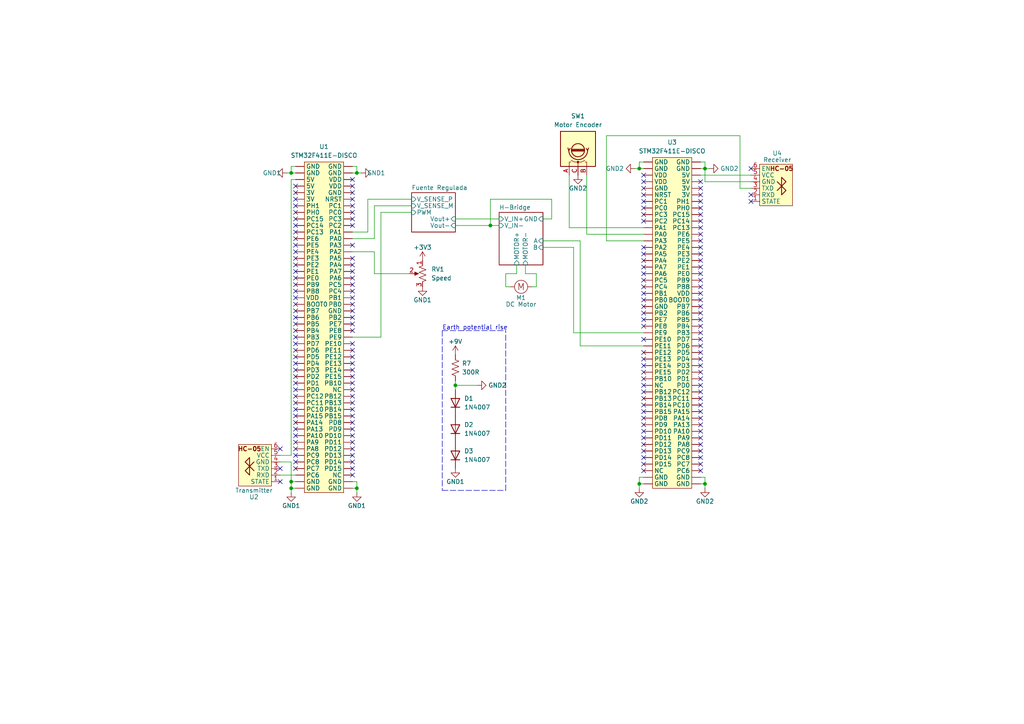
<source format=kicad_sch>
(kicad_sch (version 20230121) (generator eeschema)
  (paper "A4")
  (title_block (title "Robot Precursor") (date "2024-01-11") (rev "v1.0") (company "Grupo 33 - Sistemas Electrónicos Digitales") (comment 1 "Adrián Teixeira de Uña") (comment 2 "Bogurad Barañski Barañska") (comment 3 "Juan Nicolás Jiménez Pérez"))
  (lib_symbols
    (symbol "Device:R_Potentiometer_US" (pin_names (offset 1.016) hide)
      (property "Reference" "RV" (at -4.445 0 90))
      (property "Value" "R_Potentiometer_US" (at -2.54 0 90))
      (symbol "R_Potentiometer_US_0_1"
        (polyline (pts (xy 0 -2.286) (xy 0 -2.54)))
        (polyline (pts (xy 0 2.54) (xy 0 2.286)))
        (polyline (pts (xy 2.54 0) (xy 1.524 0)))
        (polyline (pts (xy 1.143 0) (xy 2.286 0.508) (xy 2.286 -0.508) (xy 1.143 0)) (fill (type outline)))
        (polyline (pts (xy 0 -0.762) (xy 1.016 -1.143) (xy 0 -1.524) (xy -1.016 -1.905) (xy 0 -2.286)))
        (polyline (pts (xy 0 0.762) (xy 1.016 0.381) (xy 0 0) (xy -1.016 -0.381) (xy 0 -0.762)))
        (polyline (pts (xy 0 2.286) (xy 1.016 1.905) (xy 0 1.524) (xy -1.016 1.143) (xy 0 0.762)))
      )
      (symbol "R_Potentiometer_US_1_1"
        (pin passive line (at 0 3.81 270) (length 1.27) (name "1") (number "1"))
        (pin passive line (at 3.81 0 180) (length 1.27) (name "2") (number "2"))
        (pin passive line (at 0 -3.81 90) (length 1.27) (name "3") (number "3"))
      )
    )
    (symbol "Device:R_US" (pin_numbers hide) (pin_names (offset 0))
      (property "Reference" "R" (at 2.54 0 90))
      (property "Value" "R_US" (at -2.54 0 90))
      (symbol "R_US_0_1"
        (polyline (pts (xy 0 -2.286) (xy 0 -2.54)))
        (polyline (pts (xy 0 2.286) (xy 0 2.54)))
        (polyline (pts (xy 0 -0.762) (xy 1.016 -1.143) (xy 0 -1.524) (xy -1.016 -1.905) (xy 0 -2.286)))
        (polyline (pts (xy 0 0.762) (xy 1.016 0.381) (xy 0 0) (xy -1.016 -0.381) (xy 0 -0.762)))
        (polyline (pts (xy 0 2.286) (xy 1.016 1.905) (xy 0 1.524) (xy -1.016 1.143) (xy 0 0.762)))
      )
      (symbol "R_US_1_1"
        (pin passive line (at 0 3.81 270) (length 1.27) (name "~") (number "1"))
        (pin passive line (at 0 -3.81 90) (length 1.27) (name "~") (number "2"))
      )
    )
    (symbol "Device:RotaryEncoder" (pin_names (offset 0.254) hide)
      (property "Reference" "SW" (at 0 6.604 0))
      (property "Value" "RotaryEncoder" (at 0 -6.604 0))
      (symbol "RotaryEncoder_0_1"
        (rectangle (start -5.08 5.08) (end 5.08 -5.08) (stroke (width 0.254)) (fill (type background)))
        (circle (center -3.81 0) (radius 0.254) (fill (type outline)))
        (circle (center -0.381 0) (radius 1.905) (stroke (width 0.254)))
        (arc (start -0.381 2.667) (mid -3.0988 -0.0635) (end -0.381 -2.794) (stroke (width 0.254)))
        (polyline (pts (xy -0.635 -1.778) (xy -0.635 1.778)) (stroke (width 0.254)))
        (polyline (pts (xy -0.381 -1.778) (xy -0.381 1.778)) (stroke (width 0.254)))
        (polyline (pts (xy -0.127 1.778) (xy -0.127 -1.778)) (stroke (width 0.254)))
        (polyline (pts (xy -5.08 -2.54) (xy -3.81 -2.54) (xy -3.81 -2.032)))
        (polyline (pts (xy -5.08 2.54) (xy -3.81 2.54) (xy -3.81 2.032)))
        (polyline (pts (xy 0.254 -3.048) (xy -0.508 -2.794) (xy 0.127 -2.413)) (stroke (width 0.254)))
        (polyline (pts (xy 0.254 2.921) (xy -0.508 2.667) (xy 0.127 2.286)) (stroke (width 0.254)))
        (polyline (pts (xy -5.08 0) (xy -3.81 0) (xy -3.81 -1.016) (xy -3.302 -2.032)))
        (polyline (pts (xy -4.318 0) (xy -3.81 0) (xy -3.81 1.016) (xy -3.302 2.032)))
      )
      (symbol "RotaryEncoder_1_1"
        (pin passive line (at -7.62 2.54 0) (length 2.54) (name "A") (number "A"))
        (pin passive line (at -7.62 -2.54 0) (length 2.54) (name "B") (number "B"))
        (pin passive line (at -7.62 0 0) (length 2.54) (name "C") (number "C"))
      )
    )
    (symbol "Diode:1N4007" (pin_numbers hide) (pin_names hide)
      (property "Reference" "D" (at 0 2.54 0))
      (property "Value" "1N4007" (at 0 -2.54 0))
      (symbol "1N4007_0_1"
        (polyline (pts (xy -1.27 1.27) (xy -1.27 -1.27)) (stroke (width 0.254)))
        (polyline (pts (xy 1.27 0) (xy -1.27 0)))
        (polyline (pts (xy 1.27 1.27) (xy 1.27 -1.27) (xy -1.27 0) (xy 1.27 1.27)) (stroke (width 0.254)))
      )
      (symbol "1N4007_1_1"
        (pin passive line (at -3.81 0 0) (length 2.54) (name "K") (number "1"))
        (pin passive line (at 3.81 0 180) (length 2.54) (name "A") (number "2"))
      )
    )
    (symbol "generic:DC_Motor_h"
      (property "Reference" "M" (at 0 0 0))
      (symbol "DC_Motor_h_0_0"
        (circle (center 0 -3.175) (radius 1.905) (stroke (width 0.1524)))
      )
      (symbol "DC_Motor_h_1_0"
        (text "M" (at 0 -3.175 0) (effects (font (size 1.905 1.905))))
      )
      (symbol "DC_Motor_h_1_1"
        (pin unspecified line (at -3.175 -3.175 0) (length 1.27) (name "") (number ""))
        (pin unspecified line (at 3.175 -3.175 180) (length 1.27) (name "") (number ""))
      )
    )
    (symbol "generic:HC-05"
      (property "Reference" "U" (at 0 3.175 0))
      (symbol "HC-05_1_1"
        (rectangle (start -5.08 0.635) (end 4.445 -11.43) (fill (type background)))
        (polyline (pts (xy 1.27 -5.08) (xy 0 -6.35)) (stroke (width 0.254)))
        (polyline (pts (xy 1.27 -5.08) (xy 0 -3.81)) (stroke (width 0.254)))
        (polyline (pts (xy 1.27 -4.445) (xy 1.27 -7.62) (xy 2.54 -6.35) (xy 1.27 -5.08) (xy 2.54 -3.81) (xy 1.27 -2.54) (xy 1.27 -4.445)) (stroke (width 0.254)))
        (text "HC-05" (at 1.27 -10.16 0) (effects (font (size 1.27 1.27) bold)))
        (pin input line (at -7.62 -0.635 0) (length 2.54) (name "STATE") (number "1"))
        (pin input line (at -7.62 -2.54 0) (length 2.54) (name "RXD") (number "2"))
        (pin input line (at -7.62 -4.445 0) (length 2.54) (name "TXD") (number "3"))
        (pin input line (at -7.62 -6.35 0) (length 2.54) (name "GND") (number "4"))
        (pin input line (at -7.62 -8.255 0) (length 2.54) (name "VCC") (number "5"))
        (pin input line (at -7.62 -10.16 0) (length 2.54) (name "EN") (number "6"))
      )
    )
    (symbol "generic:STM32F411E-DISCO"
      (property "Reference" "U" (at 0 3.175 0))
      (property "Value" "STM32F411E-DISCO" (at 0 1.27 0))
      (symbol "STM32F411E-DISCO_1_1"
        (rectangle (start -5.715 0) (end 5.715 -95.885) (fill (type background)))
        (pin input line (at -8.255 -10.795 0) (length 2.54) (name "3V") (number ""))
        (pin input line (at -8.255 -8.89 0) (length 2.54) (name "3V") (number ""))
        (pin input line (at -8.255 -6.985 0) (length 2.54) (name "5V") (number ""))
        (pin input line (at -8.255 -5.08 0) (length 2.54) (name "5V") (number ""))
        (pin input line (at -8.255 -41.275 0) (length 2.54) (name "BOOT0") (number ""))
        (pin input line (at -8.255 -94.615 0) (length 2.54) (name "GND") (number ""))
        (pin input line (at -8.255 -92.71 0) (length 2.54) (name "GND") (number ""))
        (pin input line (at -8.255 -3.175 0) (length 2.54) (name "GND") (number ""))
        (pin input line (at -8.255 -1.27 0) (length 2.54) (name "GND") (number ""))
        (pin input line (at 8.255 -94.615 180) (length 2.54) (name "GND") (number ""))
        (pin input line (at 8.255 -92.71 180) (length 2.54) (name "GND") (number ""))
        (pin input line (at 8.255 -43.18 180) (length 2.54) (name "GND") (number ""))
        (pin input line (at 8.255 -8.89 180) (length 2.54) (name "GND") (number ""))
        (pin input line (at 8.255 -3.175 180) (length 2.54) (name "GND") (number ""))
        (pin input line (at 8.255 -1.27 180) (length 2.54) (name "GND") (number ""))
        (pin input line (at 8.255 -90.805 180) (length 2.54) (name "NC") (number ""))
        (pin input line (at 8.255 -66.04 180) (length 2.54) (name "NC") (number ""))
        (pin input line (at 8.255 -10.795 180) (length 2.54) (name "NRST") (number ""))
        (pin input line (at 8.255 -22.225 180) (length 2.54) (name "PA0") (number ""))
        (pin input line (at 8.255 -20.32 180) (length 2.54) (name "PA1") (number ""))
        (pin input line (at -8.255 -79.375 0) (length 2.54) (name "PA10") (number ""))
        (pin input line (at -8.255 -77.47 0) (length 2.54) (name "PA13") (number ""))
        (pin input line (at -8.255 -75.565 0) (length 2.54) (name "PA14") (number ""))
        (pin input line (at -8.255 -73.66 0) (length 2.54) (name "PA15") (number ""))
        (pin input line (at 8.255 -26.035 180) (length 2.54) (name "PA2") (number ""))
        (pin input line (at 8.255 -24.13 180) (length 2.54) (name "PA3") (number ""))
        (pin input line (at 8.255 -29.845 180) (length 2.54) (name "PA4") (number ""))
        (pin input line (at 8.255 -27.94 180) (length 2.54) (name "PA5") (number ""))
        (pin input line (at 8.255 -33.655 180) (length 2.54) (name "PA6") (number ""))
        (pin input line (at 8.255 -31.75 180) (length 2.54) (name "PA7") (number ""))
        (pin input line (at -8.255 -83.185 0) (length 2.54) (name "PA8") (number ""))
        (pin input line (at -8.255 -81.28 0) (length 2.54) (name "PA9") (number ""))
        (pin input line (at 8.255 -41.275 180) (length 2.54) (name "PB0") (number ""))
        (pin input line (at 8.255 -39.37 180) (length 2.54) (name "PB1") (number ""))
        (pin input line (at 8.255 -64.135 180) (length 2.54) (name "PB10") (number ""))
        (pin input line (at 8.255 -67.945 180) (length 2.54) (name "PB12") (number ""))
        (pin input line (at 8.255 -69.85 180) (length 2.54) (name "PB13") (number ""))
        (pin input line (at 8.255 -71.755 180) (length 2.54) (name "PB14") (number ""))
        (pin input line (at 8.255 -73.66 180) (length 2.54) (name "PB15") (number ""))
        (pin input line (at 8.255 -45.085 180) (length 2.54) (name "PB2") (number ""))
        (pin input line (at -8.255 -50.8 0) (length 2.54) (name "PB3") (number ""))
        (pin input line (at -8.255 -48.895 0) (length 2.54) (name "PB4") (number ""))
        (pin input line (at -8.255 -46.99 0) (length 2.54) (name "PB5") (number ""))
        (pin input line (at -8.255 -45.085 0) (length 2.54) (name "PB6") (number ""))
        (pin input line (at -8.255 -43.18 0) (length 2.54) (name "PB7") (number ""))
        (pin input line (at -8.255 -37.465 0) (length 2.54) (name "PB8") (number ""))
        (pin input line (at -8.255 -35.56 0) (length 2.54) (name "PB9") (number ""))
        (pin input line (at 8.255 -14.605 180) (length 2.54) (name "PC0") (number ""))
        (pin input line (at 8.255 -12.7 180) (length 2.54) (name "PC1") (number ""))
        (pin input line (at -8.255 -71.755 0) (length 2.54) (name "PC10") (number ""))
        (pin input line (at -8.255 -69.85 0) (length 2.54) (name "PC11") (number ""))
        (pin input line (at -8.255 -67.945 0) (length 2.54) (name "PC12") (number ""))
        (pin input line (at -8.255 -20.32 0) (length 2.54) (name "PC13") (number ""))
        (pin input line (at -8.255 -18.415 0) (length 2.54) (name "PC14") (number ""))
        (pin input line (at -8.255 -16.51 0) (length 2.54) (name "PC15") (number ""))
        (pin input line (at 8.255 -18.415 180) (length 2.54) (name "PC2") (number ""))
        (pin input line (at 8.255 -16.51 180) (length 2.54) (name "PC3") (number ""))
        (pin input line (at 8.255 -37.465 180) (length 2.54) (name "PC4") (number ""))
        (pin input line (at 8.255 -35.56 180) (length 2.54) (name "PC5") (number ""))
        (pin input line (at -8.255 -90.805 0) (length 2.54) (name "PC6") (number ""))
        (pin input line (at -8.255 -88.9 0) (length 2.54) (name "PC7") (number ""))
        (pin input line (at -8.255 -86.995 0) (length 2.54) (name "PC8") (number ""))
        (pin input line (at -8.255 -85.09 0) (length 2.54) (name "PC9") (number ""))
        (pin input line (at -8.255 -66.04 0) (length 2.54) (name "PD0") (number ""))
        (pin input line (at -8.255 -64.135 0) (length 2.54) (name "PD1") (number ""))
        (pin input line (at 8.255 -79.375 180) (length 2.54) (name "PD10") (number ""))
        (pin input line (at 8.255 -81.28 180) (length 2.54) (name "PD11") (number ""))
        (pin input line (at 8.255 -83.185 180) (length 2.54) (name "PD12") (number ""))
        (pin input line (at 8.255 -85.09 180) (length 2.54) (name "PD13") (number ""))
        (pin input line (at 8.255 -86.995 180) (length 2.54) (name "PD14") (number ""))
        (pin input line (at 8.255 -88.9 180) (length 2.54) (name "PD15") (number ""))
        (pin input line (at -8.255 -62.23 0) (length 2.54) (name "PD2") (number ""))
        (pin input line (at -8.255 -60.325 0) (length 2.54) (name "PD3") (number ""))
        (pin input line (at -8.255 -58.42 0) (length 2.54) (name "PD4") (number ""))
        (pin input line (at -8.255 -56.515 0) (length 2.54) (name "PD5") (number ""))
        (pin input line (at -8.255 -54.61 0) (length 2.54) (name "PD6") (number ""))
        (pin input line (at -8.255 -52.705 0) (length 2.54) (name "PD7") (number ""))
        (pin input line (at 8.255 -75.565 180) (length 2.54) (name "PD8") (number ""))
        (pin input line (at 8.255 -77.47 180) (length 2.54) (name "PD9") (number ""))
        (pin input line (at -8.255 -33.655 0) (length 2.54) (name "PE0") (number ""))
        (pin input line (at -8.255 -31.75 0) (length 2.54) (name "PE1") (number ""))
        (pin input line (at 8.255 -52.705 180) (length 2.54) (name "PE10") (number ""))
        (pin input line (at 8.255 -54.61 180) (length 2.54) (name "PE11") (number ""))
        (pin input line (at 8.255 -56.515 180) (length 2.54) (name "PE12") (number ""))
        (pin input line (at 8.255 -58.42 180) (length 2.54) (name "PE13") (number ""))
        (pin input line (at 8.255 -60.325 180) (length 2.54) (name "PE14") (number ""))
        (pin input line (at 8.255 -62.23 180) (length 2.54) (name "PE15") (number ""))
        (pin input line (at -8.255 -29.845 0) (length 2.54) (name "PE2") (number ""))
        (pin input line (at -8.255 -27.94 0) (length 2.54) (name "PE3") (number ""))
        (pin input line (at -8.255 -26.035 0) (length 2.54) (name "PE4") (number ""))
        (pin input line (at -8.255 -24.13 0) (length 2.54) (name "PE5") (number ""))
        (pin input line (at -8.255 -22.225 0) (length 2.54) (name "PE6") (number ""))
        (pin input line (at 8.255 -46.99 180) (length 2.54) (name "PE7") (number ""))
        (pin input line (at 8.255 -48.895 180) (length 2.54) (name "PE8") (number ""))
        (pin input line (at 8.255 -50.8 180) (length 2.54) (name "PE9") (number ""))
        (pin input line (at -8.255 -14.605 0) (length 2.54) (name "PH0") (number ""))
        (pin input line (at -8.255 -12.7 0) (length 2.54) (name "PH1") (number ""))
        (pin input line (at -8.255 -39.37 0) (length 2.54) (name "VDD") (number ""))
        (pin input line (at 8.255 -6.985 180) (length 2.54) (name "VDD") (number ""))
        (pin input line (at 8.255 -5.08 180) (length 2.54) (name "VDD") (number ""))
      )
    )
    (symbol "power:+3V3" (power) (pin_names (offset 0))
      (property "Value" "+3V3" (at 0 3.556 0))
      (symbol "+3V3_0_1"
        (polyline (pts (xy -0.762 1.27) (xy 0 2.54)))
        (polyline (pts (xy 0 0) (xy 0 2.54)))
        (polyline (pts (xy 0 2.54) (xy 0.762 1.27)))
      )
      (symbol "+3V3_1_1"
        (pin power_in line (at 0 0 90) (length 0) hide (name "+3V3") (number "1"))
      )
    )
    (symbol "power:+9V" (power) (pin_names (offset 0))
      (property "Value" "+9V" (at 0 3.556 0))
      (symbol "+9V_0_1"
        (polyline (pts (xy -0.762 1.27) (xy 0 2.54)))
        (polyline (pts (xy 0 0) (xy 0 2.54)))
        (polyline (pts (xy 0 2.54) (xy 0.762 1.27)))
      )
      (symbol "+9V_1_1"
        (pin power_in line (at 0 0 90) (length 0) hide (name "+9V") (number "1"))
      )
    )
    (symbol "power:GND1" (power) (pin_names (offset 0))
      (property "Value" "GND1" (at 0 -3.81 0))
      (symbol "GND1_0_1"
        (polyline (pts (xy 0 0) (xy 0 -1.27) (xy 1.27 -1.27) (xy 0 -2.54) (xy -1.27 -1.27) (xy 0 -1.27)))
      )
      (symbol "GND1_1_1"
        (pin power_in line (at 0 0 270) (length 0) hide (name "GND1") (number "1"))
      )
    )
    (symbol "power:GND2" (power) (pin_names (offset 0))
      (property "Value" "GND2" (at 0 -3.81 0))
      (symbol "GND2_0_1"
        (polyline (pts (xy 0 0) (xy 0 -1.27) (xy 1.27 -1.27) (xy 0 -2.54) (xy -1.27 -1.27) (xy 0 -1.27)))
      )
      (symbol "GND2_1_1"
        (pin power_in line (at 0 0 270) (length 0) hide (name "GND2") (number "1"))
      )
    )
  )
  (junction (at 84.455 141.605))
  (junction (at 204.47 48.895))
  (junction (at 103.505 141.605))
  (junction (at 142.24 65.405))
  (junction (at 185.42 140.335))
  (junction (at 204.47 140.335))
  (junction (at 103.505 50.165))
  (junction (at 84.455 50.165))
  (junction (at 132.08 111.76))
  (junction (at 84.455 139.7))
  (junction (at 185.42 48.895))
  (no_connect (at 102.235 126.365))
  (no_connect (at 186.69 52.705))
  (no_connect (at 85.725 59.69))
  (no_connect (at 203.2 54.61))
  (no_connect (at 203.2 81.28))
  (no_connect (at 186.69 132.715))
  (no_connect (at 102.235 103.505))
  (no_connect (at 102.235 107.315))
  (no_connect (at 203.2 117.475))
  (no_connect (at 186.69 81.28))
  (no_connect (at 85.725 124.46))
  (no_connect (at 186.69 117.475))
  (no_connect (at 85.725 103.505))
  (no_connect (at 186.69 128.905))
  (no_connect (at 102.235 120.65))
  (no_connect (at 85.725 61.595))
  (no_connect (at 186.69 98.425))
  (no_connect (at 186.69 121.285))
  (no_connect (at 203.2 88.9))
  (no_connect (at 186.69 111.76))
  (no_connect (at 186.69 104.14))
  (no_connect (at 203.2 90.805))
  (no_connect (at 102.235 122.555))
  (no_connect (at 102.235 105.41))
  (no_connect (at 102.235 84.455))
  (no_connect (at 85.725 107.315))
  (no_connect (at 203.2 107.95))
  (no_connect (at 102.235 88.265))
  (no_connect (at 203.2 71.755))
  (no_connect (at 203.2 125.095))
  (no_connect (at 102.235 61.595))
  (no_connect (at 102.235 135.89))
  (no_connect (at 203.2 130.81))
  (no_connect (at 203.2 64.135))
  (no_connect (at 85.725 114.935))
  (no_connect (at 203.2 66.04))
  (no_connect (at 102.235 114.935))
  (no_connect (at 102.235 53.975))
  (no_connect (at 203.2 115.57))
  (no_connect (at 85.725 88.265))
  (no_connect (at 186.69 58.42))
  (no_connect (at 186.69 85.09))
  (no_connect (at 203.2 83.185))
  (no_connect (at 85.725 67.31))
  (no_connect (at 85.725 93.98))
  (no_connect (at 81.28 130.175))
  (no_connect (at 203.2 77.47))
  (no_connect (at 85.725 86.36))
  (no_connect (at 186.69 71.755))
  (no_connect (at 186.69 119.38))
  (no_connect (at 102.235 111.125))
  (no_connect (at 203.2 128.905))
  (no_connect (at 102.235 57.785))
  (no_connect (at 85.725 55.88))
  (no_connect (at 203.2 60.325))
  (no_connect (at 186.69 113.665))
  (no_connect (at 186.69 86.995))
  (no_connect (at 102.235 99.695))
  (no_connect (at 85.725 122.555))
  (no_connect (at 102.235 82.55))
  (no_connect (at 186.69 130.81))
  (no_connect (at 102.235 95.885))
  (no_connect (at 85.725 133.985))
  (no_connect (at 102.235 63.5))
  (no_connect (at 217.805 58.42))
  (no_connect (at 217.805 48.895))
  (no_connect (at 186.69 54.61))
  (no_connect (at 203.2 98.425))
  (no_connect (at 85.725 130.175))
  (no_connect (at 85.725 111.125))
  (no_connect (at 186.69 75.565))
  (no_connect (at 186.69 60.325))
  (no_connect (at 203.2 79.375))
  (no_connect (at 85.725 118.745))
  (no_connect (at 85.725 97.79))
  (no_connect (at 203.2 113.665))
  (no_connect (at 85.725 120.65))
  (no_connect (at 217.805 56.515))
  (no_connect (at 81.28 135.89))
  (no_connect (at 203.2 67.945))
  (no_connect (at 85.725 80.645))
  (no_connect (at 102.235 116.84))
  (no_connect (at 85.725 99.695))
  (no_connect (at 203.2 58.42))
  (no_connect (at 102.235 86.36))
  (no_connect (at 102.235 128.27))
  (no_connect (at 85.725 82.55))
  (no_connect (at 203.2 100.33))
  (no_connect (at 85.725 113.03))
  (no_connect (at 85.725 92.075))
  (no_connect (at 102.235 137.795))
  (no_connect (at 186.69 94.615))
  (no_connect (at 186.69 127))
  (no_connect (at 186.69 73.66))
  (no_connect (at 203.2 69.85))
  (no_connect (at 85.725 69.215))
  (no_connect (at 85.725 109.22))
  (no_connect (at 102.235 65.405))
  (no_connect (at 85.725 101.6))
  (no_connect (at 186.69 134.62))
  (no_connect (at 186.69 83.185))
  (no_connect (at 102.235 93.98))
  (no_connect (at 85.725 126.365))
  (no_connect (at 203.2 94.615))
  (no_connect (at 186.69 50.8))
  (no_connect (at 186.69 107.95))
  (no_connect (at 85.725 90.17))
  (no_connect (at 85.725 63.5))
  (no_connect (at 102.235 80.645))
  (no_connect (at 203.2 136.525))
  (no_connect (at 186.69 115.57))
  (no_connect (at 102.235 124.46))
  (no_connect (at 85.725 135.89))
  (no_connect (at 203.2 86.995))
  (no_connect (at 186.69 79.375))
  (no_connect (at 102.235 90.17))
  (no_connect (at 186.69 123.19))
  (no_connect (at 186.69 90.805))
  (no_connect (at 203.2 109.855))
  (no_connect (at 186.69 102.235))
  (no_connect (at 203.2 111.76))
  (no_connect (at 203.2 92.71))
  (no_connect (at 186.69 62.23))
  (no_connect (at 203.2 119.38))
  (no_connect (at 203.2 56.515))
  (no_connect (at 203.2 52.705))
  (no_connect (at 85.725 128.27))
  (no_connect (at 203.2 132.715))
  (no_connect (at 102.235 55.88))
  (no_connect (at 85.725 73.025))
  (no_connect (at 102.235 118.745))
  (no_connect (at 203.2 106.045))
  (no_connect (at 102.235 78.74))
  (no_connect (at 102.235 132.08))
  (no_connect (at 203.2 62.23))
  (no_connect (at 102.235 130.175))
  (no_connect (at 203.2 123.19))
  (no_connect (at 102.235 101.6))
  (no_connect (at 203.2 75.565))
  (no_connect (at 81.28 139.7))
  (no_connect (at 186.69 125.095))
  (no_connect (at 203.2 121.285))
  (no_connect (at 102.235 76.835))
  (no_connect (at 102.235 133.985))
  (no_connect (at 85.725 76.835))
  (no_connect (at 203.2 102.235))
  (no_connect (at 186.69 56.515))
  (no_connect (at 102.235 71.12))
  (no_connect (at 102.235 74.93))
  (no_connect (at 85.725 84.455))
  (no_connect (at 203.2 73.66))
  (no_connect (at 85.725 78.74))
  (no_connect (at 203.2 96.52))
  (no_connect (at 186.69 92.71))
  (no_connect (at 186.69 88.9))
  (no_connect (at 102.235 109.22))
  (no_connect (at 85.725 57.785))
  (no_connect (at 85.725 116.84))
  (no_connect (at 85.725 53.975))
  (no_connect (at 203.2 85.09))
  (no_connect (at 85.725 65.405))
  (no_connect (at 186.69 106.045))
  (no_connect (at 186.69 64.135))
  (no_connect (at 186.69 136.525))
  (no_connect (at 102.235 113.03))
  (no_connect (at 203.2 127))
  (no_connect (at 85.725 74.93))
  (no_connect (at 102.235 59.69))
  (no_connect (at 85.725 95.885))
  (no_connect (at 102.235 52.07))
  (no_connect (at 186.69 109.855))
  (no_connect (at 203.2 104.14))
  (no_connect (at 85.725 105.41))
  (no_connect (at 186.69 77.47))
  (no_connect (at 102.235 92.075))
  (no_connect (at 85.725 132.08))
  (no_connect (at 85.725 71.12))
  (no_connect (at 203.2 134.62))
  (wire (pts (xy 84.455 48.26) (xy 84.455 50.165)))
  (wire (pts (xy 170.18 50.8) (xy 170.18 67.945)))
  (wire (pts (xy 104.775 50.165) (xy 103.505 50.165)))
  (wire (pts (xy 205.74 48.895) (xy 204.47 48.895)))
  (wire (pts (xy 84.455 141.605) (xy 85.725 141.605)))
  (wire (pts (xy 84.455 142.875) (xy 84.455 141.605)))
  (wire (pts (xy 165.1 66.04) (xy 186.69 66.04)))
  (wire (pts (xy 81.28 132.08) (xy 84.455 132.08)))
  (wire (pts (xy 132.08 65.405) (xy 142.24 65.405)))
  (wire (pts (xy 185.42 46.99) (xy 185.42 48.895)))
  (wire (pts (xy 185.42 48.895) (xy 186.69 48.895)))
  (wire (pts (xy 142.24 65.405) (xy 144.78 65.405)))
  (wire (pts (xy 175.895 69.85) (xy 186.69 69.85)))
  (wire (pts (xy 214.63 39.37) (xy 175.895 39.37)))
  (wire (pts (xy 168.275 100.33) (xy 186.69 100.33)))
  (polyline (pts (xy 146.685 142.24) (xy 146.685 95.885)) (stroke (width 0) (type dash)))
  (wire (pts (xy 146.685 79.375) (xy 149.86 79.375)))
  (wire (pts (xy 108.585 79.375) (xy 108.585 73.025)))
  (wire (pts (xy 157.48 69.85) (xy 168.275 69.85)))
  (wire (pts (xy 83.185 50.165) (xy 84.455 50.165)))
  (wire (pts (xy 204.47 140.335) (xy 203.2 140.335)))
  (wire (pts (xy 204.47 138.43) (xy 204.47 140.335)))
  (wire (pts (xy 185.42 140.335) (xy 186.69 140.335)))
  (polyline (pts (xy 128.27 95.885) (xy 128.27 142.24)) (stroke (width 0) (type dash)))
  (wire (pts (xy 204.47 48.895) (xy 203.2 48.895)))
  (wire (pts (xy 102.235 139.7) (xy 103.505 139.7)))
  (wire (pts (xy 165.1 50.8) (xy 165.1 66.04)))
  (wire (pts (xy 146.685 83.185) (xy 146.685 79.375)))
  (wire (pts (xy 160.02 63.5) (xy 160.02 57.785)))
  (wire (pts (xy 84.455 48.26) (xy 85.725 48.26)))
  (wire (pts (xy 132.08 63.5) (xy 144.78 63.5)))
  (wire (pts (xy 84.455 133.985) (xy 84.455 139.7)))
  (wire (pts (xy 186.69 138.43) (xy 185.42 138.43)))
  (polyline (pts (xy 128.27 95.885) (xy 146.685 95.885)) (stroke (width 0) (type dash)))
  (wire (pts (xy 186.69 46.99) (xy 185.42 46.99)))
  (wire (pts (xy 147.955 83.185) (xy 146.685 83.185)))
  (wire (pts (xy 160.02 57.785) (xy 142.24 57.785)))
  (wire (pts (xy 203.2 50.8) (xy 217.805 50.8)))
  (wire (pts (xy 185.42 138.43) (xy 185.42 140.335)))
  (wire (pts (xy 81.28 133.985) (xy 84.455 133.985)))
  (wire (pts (xy 110.49 61.595) (xy 119.38 61.595)))
  (wire (pts (xy 175.895 39.37) (xy 175.895 69.85)))
  (wire (pts (xy 103.505 50.165) (xy 102.235 50.165)))
  (wire (pts (xy 84.455 139.7) (xy 85.725 139.7)))
  (wire (pts (xy 203.2 46.99) (xy 204.47 46.99)))
  (wire (pts (xy 119.38 57.785) (xy 106.68 57.785)))
  (wire (pts (xy 157.48 71.755) (xy 166.37 71.755)))
  (wire (pts (xy 204.47 46.99) (xy 204.47 48.895)))
  (wire (pts (xy 102.235 97.79) (xy 110.49 97.79)))
  (wire (pts (xy 132.08 111.76) (xy 138.43 111.76)))
  (wire (pts (xy 85.725 137.795) (xy 81.28 137.795)))
  (wire (pts (xy 168.275 69.85) (xy 168.275 100.33)))
  (wire (pts (xy 157.48 63.5) (xy 160.02 63.5)))
  (wire (pts (xy 166.37 96.52) (xy 186.69 96.52)))
  (wire (pts (xy 170.18 67.945) (xy 186.69 67.945)))
  (wire (pts (xy 184.15 48.895) (xy 185.42 48.895)))
  (wire (pts (xy 84.455 139.7) (xy 84.455 141.605)))
  (wire (pts (xy 108.585 79.375) (xy 118.745 79.375)))
  (wire (pts (xy 108.585 59.69) (xy 108.585 69.215)))
  (wire (pts (xy 106.68 67.31) (xy 102.235 67.31)))
  (wire (pts (xy 103.505 48.26) (xy 103.505 50.165)))
  (wire (pts (xy 106.68 57.785) (xy 106.68 67.31)))
  (wire (pts (xy 217.805 54.61) (xy 214.63 54.61)))
  (wire (pts (xy 142.24 57.785) (xy 142.24 65.405)))
  (wire (pts (xy 84.455 50.165) (xy 85.725 50.165)))
  (wire (pts (xy 110.49 97.79) (xy 110.49 61.595)))
  (wire (pts (xy 103.505 142.875) (xy 103.505 141.605)))
  (wire (pts (xy 217.805 52.705) (xy 204.47 52.705)))
  (wire (pts (xy 154.305 83.185) (xy 155.575 83.185)))
  (wire (pts (xy 108.585 69.215) (xy 102.235 69.215)))
  (wire (pts (xy 152.4 79.375) (xy 152.4 76.835)))
  (wire (pts (xy 108.585 73.025) (xy 102.235 73.025)))
  (wire (pts (xy 84.455 132.08) (xy 84.455 52.07)))
  (wire (pts (xy 84.455 52.07) (xy 85.725 52.07)))
  (wire (pts (xy 149.86 79.375) (xy 149.86 76.835)))
  (wire (pts (xy 119.38 59.69) (xy 108.585 59.69)))
  (wire (pts (xy 132.08 110.49) (xy 132.08 111.76)))
  (wire (pts (xy 166.37 71.755) (xy 166.37 96.52)))
  (wire (pts (xy 204.47 52.705) (xy 204.47 48.895)))
  (wire (pts (xy 102.235 48.26) (xy 103.505 48.26)))
  (wire (pts (xy 204.47 141.605) (xy 204.47 140.335)))
  (wire (pts (xy 103.505 141.605) (xy 102.235 141.605)))
  (wire (pts (xy 214.63 54.61) (xy 214.63 39.37)))
  (wire (pts (xy 155.575 79.375) (xy 152.4 79.375)))
  (wire (pts (xy 155.575 83.185) (xy 155.575 79.375)))
  (wire (pts (xy 132.08 111.76) (xy 132.08 113.03)))
  (wire (pts (xy 203.2 138.43) (xy 204.47 138.43)))
  (polyline (pts (xy 128.27 142.24) (xy 146.685 142.24)) (stroke (width 0) (type dash)))
  (wire (pts (xy 185.42 141.605) (xy 185.42 140.335)))
  (wire (pts (xy 103.505 139.7) (xy 103.505 141.605)))
  (text "Earth potential rise\n" (at 128.27 95.885 0) (effects (font (size 1.27 1.27)) (justify left bottom)))
  (symbol (lib_id "Diode:1N4007") (at 132.08 132.08 90) (unit 1)
    (property "Reference" "D3" (at 134.62 130.81 90) (effects (justify right)))
    (property "Value" "1N4007" (at 134.62 133.35 90) (effects (justify right)))
    (property "Footprint" "Diode_THT:D_DO-41_SOD81_P10.16mm_Horizontal" (effects hide))
    (property "Datasheet" "http://www.vishay.com/docs/88503/1n4001.pdf" (effects hide))
    (property "Sim.Device" "D" (effects hide))
    (property "Sim.Pins" "1=K 2=A" (effects hide))
  )
  (symbol (lib_id "power:GND2") (at 138.43 111.76 90) (unit 1)
    (property "Reference" "#PWR027" (effects hide))
    (property "Value" "GND2" (at 141.605 111.7599 90) (effects (justify right)))
  )
  (symbol (lib_id "power:GND1") (at 132.08 135.89 0) (unit 1)
    (property "Reference" "#PWR026" (effects hide))
    (property "Value" "GND1" (at 132.08 139.7 0))
  )
  (symbol (lib_id "Device:RotaryEncoder") (at 167.64 43.18 90) (unit 1)
    (property "Reference" "SW1" (at 167.64 33.655 90))
    (property "Value" "Motor Encoder" (at 167.64 36.195 90))
  )
  (symbol (lib_id "power:GND2") (at 167.64 50.8 0) (mirror y) (unit 1)
    (property "Reference" "#PWR024" (effects hide))
    (property "Value" "GND2" (at 167.64 54.61 0))
  )
  (symbol (lib_id "power:GND2") (at 184.15 48.895 270) (mirror x) (unit 1)
    (property "Reference" "#PWR023" (effects hide))
    (property "Value" "GND2" (at 180.975 48.8949 90) (effects (justify right)))
  )
  (symbol (lib_id "power:GND1") (at 84.455 142.875 0) (unit 1)
    (property "Reference" "#PWR019" (effects hide))
    (property "Value" "GND1" (at 84.455 146.685 0))
  )
  (symbol (lib_id "power:+3V3") (at 122.555 75.565 0) (unit 1)
    (property "Reference" "#PWR09" (effects hide))
    (property "Value" "+3V3" (at 122.555 71.755 0))
  )
  (symbol (lib_id "Device:R_Potentiometer_US") (at 122.555 79.375 0) (mirror y) (unit 1)
    (property "Reference" "RV1" (at 125.095 78.1049 0) (effects (justify right)))
    (property "Value" "Speed" (at 125.095 80.6449 0) (effects (justify right)))
  )
  (symbol (lib_id "power:GND1") (at 83.185 50.165 270) (unit 1)
    (property "Reference" "#PWR016" (effects hide))
    (property "Value" "GND1" (at 76.2 50.165 90) (effects (justify left)))
  )
  (symbol (lib_id "generic:HC-05") (at 73.66 140.335 180) (unit 1)
    (property "Reference" "U2" (at 73.66 144.145 0))
    (property "Value" "Transmitter" (at 73.66 142.24 0))
  )
  (symbol (lib_id "Diode:1N4007") (at 132.08 124.46 90) (unit 1)
    (property "Reference" "D2" (at 134.62 123.19 90) (effects (justify right)))
    (property "Value" "1N4007" (at 134.62 125.73 90) (effects (justify right)))
    (property "Footprint" "Diode_THT:D_DO-41_SOD81_P10.16mm_Horizontal" (effects hide))
    (property "Datasheet" "http://www.vishay.com/docs/88503/1n4001.pdf" (effects hide))
    (property "Sim.Device" "D" (effects hide))
    (property "Sim.Pins" "1=K 2=A" (effects hide))
  )
  (symbol (lib_id "generic:HC-05") (at 225.425 59.055 0) (mirror x) (unit 1)
    (property "Reference" "U4" (at 225.425 44.45 0))
    (property "Value" "Receiver" (at 225.425 46.355 0))
  )
  (symbol (lib_id "power:GND1") (at 103.505 142.875 0) (unit 1)
    (property "Reference" "#PWR018" (effects hide))
    (property "Value" "GND1" (at 103.505 146.685 0))
  )
  (symbol (lib_id "generic:STM32F411E-DISCO") (at 194.945 45.72 0) (mirror y) (unit 1)
    (property "Reference" "U3" (at 194.945 41.275 0))
    (property "Value" "STM32F411E-DISCO" (at 194.945 43.815 0))
  )
  (symbol (lib_id "generic:DC_Motor_h") (at 151.13 80.01 0) (unit 1)
    (property "Reference" "M1" (at 151.13 86.36 0))
    (property "Value" "DC Motor" (at 151.13 88.265 0))
  )
  (symbol (lib_id "power:GND2") (at 204.47 141.605 0) (unit 1)
    (property "Reference" "#PWR020" (effects hide))
    (property "Value" "GND2" (at 204.47 145.415 0))
  )
  (symbol (lib_id "power:GND2") (at 205.74 48.895 90) (unit 1)
    (property "Reference" "#PWR021" (effects hide))
    (property "Value" "GND2" (at 208.915 48.8949 90) (effects (justify right)))
  )
  (symbol (lib_id "power:GND1") (at 122.555 83.185 0) (unit 1)
    (property "Reference" "#PWR015" (effects hide))
    (property "Value" "GND1" (at 122.555 86.995 0))
  )
  (symbol (lib_id "Diode:1N4007") (at 132.08 116.84 90) (unit 1)
    (property "Reference" "D1" (at 134.62 115.57 90) (effects (justify right)))
    (property "Value" "1N4007" (at 134.62 118.11 90) (effects (justify right)))
    (property "Footprint" "Diode_THT:D_DO-41_SOD81_P10.16mm_Horizontal" (effects hide))
    (property "Datasheet" "http://www.vishay.com/docs/88503/1n4001.pdf" (effects hide))
    (property "Sim.Device" "D" (effects hide))
    (property "Sim.Pins" "1=K 2=A" (effects hide))
  )
  (symbol (lib_id "Device:R_US") (at 132.08 106.68 0) (unit 1)
    (property "Reference" "R7" (at 133.985 105.4099 0) (effects (justify left)))
    (property "Value" "300R" (at 133.985 107.9499 0) (effects (justify left)))
  )
  (symbol (lib_id "generic:STM32F411E-DISCO") (at 93.98 46.99 0) (unit 1)
    (property "Reference" "U1" (at 93.98 42.545 0))
    (property "Value" "STM32F411E-DISCO" (at 93.98 45.085 0))
  )
  (symbol (lib_id "power:GND2") (at 185.42 141.605 0) (mirror y) (unit 1)
    (property "Reference" "#PWR022" (effects hide))
    (property "Value" "GND2" (at 185.42 145.415 0))
  )
  (symbol (lib_id "power:GND1") (at 104.775 50.165 90) (unit 1)
    (property "Reference" "#PWR017" (effects hide))
    (property "Value" "GND1" (at 111.76 50.165 90) (effects (justify left)))
  )
  (symbol (lib_id "power:+9V") (at 132.08 102.87 0) (unit 1)
    (property "Reference" "#PWR025" (effects hide))
    (property "Value" "+9V" (at 132.08 99.06 0))
  )
  (sheet (at 144.78 61.595) (size 12.7 15.24) (stroke (width 0.1524))
    (property "Sheetname" "H-Bridge" (at 144.78 60.8834 0) (effects (justify left bottom)))
    (property "Sheetfile" "../H-Bridge/H-Bridge.kicad_sch" (effects hide))
    (pin "B" input (at 157.48 71.755 0))
    (pin "A" input (at 157.48 69.85 0))
    (pin "GND" input (at 157.48 63.5 0))
    (pin "MOTOR-" input (at 152.4 76.835 270))
    (pin "V_IN-" input (at 144.78 65.405 180))
    (pin "V_IN+" input (at 144.78 63.5 180))
    (pin "MOTOR+" input (at 149.86 76.835 270))
  )
  (sheet (at 119.38 55.88) (size 12.7 11.43) (stroke (width 0.1524))
    (property "Sheetname" "Fuente Regulada" (at 119.38 55.1684 0) (effects (justify left bottom)))
    (property "Sheetfile" "../Fuente Regulada/Fuente Regulada.kicad_sch" (effects hide))
    (pin "PWM" input (at 119.38 61.595 180))
    (pin "Vout-" input (at 132.08 65.405 0))
    (pin "Vout+" input (at 132.08 63.5 0))
    (pin "V_SENSE_P" input (at 119.38 57.785 180))
    (pin "V_SENSE_M" input (at 119.38 59.69 180))
  )
)
</source>
